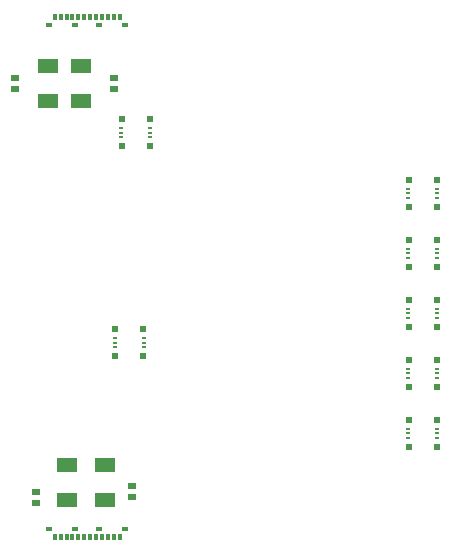
<source format=gtp>
G04*
G04 #@! TF.GenerationSoftware,Altium Limited,Altium Designer,18.1.9 (240)*
G04*
G04 Layer_Color=8421504*
%FSLAX25Y25*%
%MOIN*%
G70*
G01*
G75*
%ADD10R,0.01968X0.01181*%
%ADD11R,0.01378X0.02362*%
%ADD12R,0.02520X0.02362*%
%ADD13R,0.01850X0.01968*%
%ADD14R,0.01772X0.00945*%
%ADD15R,0.07087X0.05118*%
D10*
X387287Y378567D02*
D03*
X378626D02*
D03*
X403823D02*
D03*
X395161D02*
D03*
X395161Y210433D02*
D03*
X403823D02*
D03*
X378626D02*
D03*
X387287D02*
D03*
D11*
X402051Y381283D02*
D03*
X400083D02*
D03*
X398114D02*
D03*
X396146D02*
D03*
X394177D02*
D03*
X380398D02*
D03*
X382366D02*
D03*
X384335D02*
D03*
X386303D02*
D03*
X388272D02*
D03*
X390240D02*
D03*
X392209D02*
D03*
X380398Y207716D02*
D03*
X382366D02*
D03*
X384335D02*
D03*
X386303D02*
D03*
X388272D02*
D03*
X402051D02*
D03*
X400083D02*
D03*
X398114D02*
D03*
X396146D02*
D03*
X394177D02*
D03*
X392209D02*
D03*
X390240D02*
D03*
D12*
X367000Y360732D02*
D03*
Y357268D02*
D03*
X374000Y219268D02*
D03*
Y222732D02*
D03*
X400000Y357268D02*
D03*
Y360732D02*
D03*
X406000Y221268D02*
D03*
Y224732D02*
D03*
D13*
X498413Y326850D02*
D03*
Y317795D02*
D03*
X507823D02*
D03*
Y326850D02*
D03*
X498413Y306850D02*
D03*
Y297795D02*
D03*
X507823D02*
D03*
Y306850D02*
D03*
X498413Y286850D02*
D03*
Y277795D02*
D03*
X507823D02*
D03*
Y286850D02*
D03*
X498413Y266850D02*
D03*
Y257795D02*
D03*
X507823D02*
D03*
Y266850D02*
D03*
X498413Y246850D02*
D03*
Y237795D02*
D03*
X507823D02*
D03*
Y246850D02*
D03*
X409882Y268047D02*
D03*
Y277102D02*
D03*
X400472D02*
D03*
Y268047D02*
D03*
X412087Y338047D02*
D03*
Y347102D02*
D03*
X402677D02*
D03*
Y338047D02*
D03*
D14*
X498295Y323898D02*
D03*
Y322323D02*
D03*
Y320748D02*
D03*
X507941Y323898D02*
D03*
Y322323D02*
D03*
Y320748D02*
D03*
X498295Y303898D02*
D03*
Y302323D02*
D03*
Y300748D02*
D03*
X507941Y303898D02*
D03*
Y302323D02*
D03*
Y300748D02*
D03*
X498295Y283898D02*
D03*
Y282323D02*
D03*
Y280748D02*
D03*
X507941Y283898D02*
D03*
Y282323D02*
D03*
Y280748D02*
D03*
X498295Y263898D02*
D03*
Y262323D02*
D03*
Y260748D02*
D03*
X507941Y263898D02*
D03*
Y262323D02*
D03*
Y260748D02*
D03*
X498295Y243898D02*
D03*
Y242323D02*
D03*
Y240748D02*
D03*
X507941Y243898D02*
D03*
Y242323D02*
D03*
Y240748D02*
D03*
X410000Y271000D02*
D03*
Y272575D02*
D03*
Y274150D02*
D03*
X400354Y271000D02*
D03*
Y272575D02*
D03*
Y274150D02*
D03*
X412205Y341000D02*
D03*
Y342575D02*
D03*
Y344150D02*
D03*
X402559Y341000D02*
D03*
Y342575D02*
D03*
Y344150D02*
D03*
D15*
X384335Y220291D02*
D03*
Y231709D02*
D03*
X397130Y220291D02*
D03*
Y231709D02*
D03*
X378000Y364709D02*
D03*
Y353291D02*
D03*
X389000Y364709D02*
D03*
Y353291D02*
D03*
M02*

</source>
